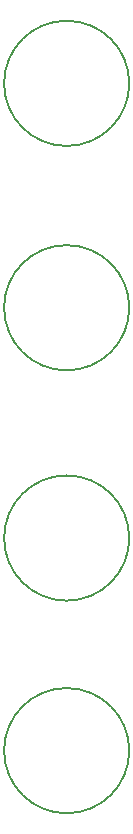
<source format=gbr>
G04 #@! TF.GenerationSoftware,KiCad,Pcbnew,5.1.4*
G04 #@! TF.CreationDate,2019-10-26T17:37:43-03:00*
G04 #@! TF.ProjectId,MCB19,4d434231-392e-46b6-9963-61645f706362,rev?*
G04 #@! TF.SameCoordinates,Original*
G04 #@! TF.FileFunction,Other,Comment*
%FSLAX46Y46*%
G04 Gerber Fmt 4.6, Leading zero omitted, Abs format (unit mm)*
G04 Created by KiCad (PCBNEW 5.1.4) date 2019-10-26 17:37:43*
%MOMM*%
%LPD*%
G04 APERTURE LIST*
%ADD10C,0.150000*%
G04 APERTURE END LIST*
D10*
X62300000Y-119500000D02*
G75*
G03X62300000Y-119500000I-5300000J0D01*
G01*
X62300000Y-101500000D02*
G75*
G03X62300000Y-101500000I-5300000J0D01*
G01*
X62300000Y-82000000D02*
G75*
G03X62300000Y-82000000I-5300000J0D01*
G01*
X62300000Y-63000000D02*
G75*
G03X62300000Y-63000000I-5300000J0D01*
G01*
M02*

</source>
